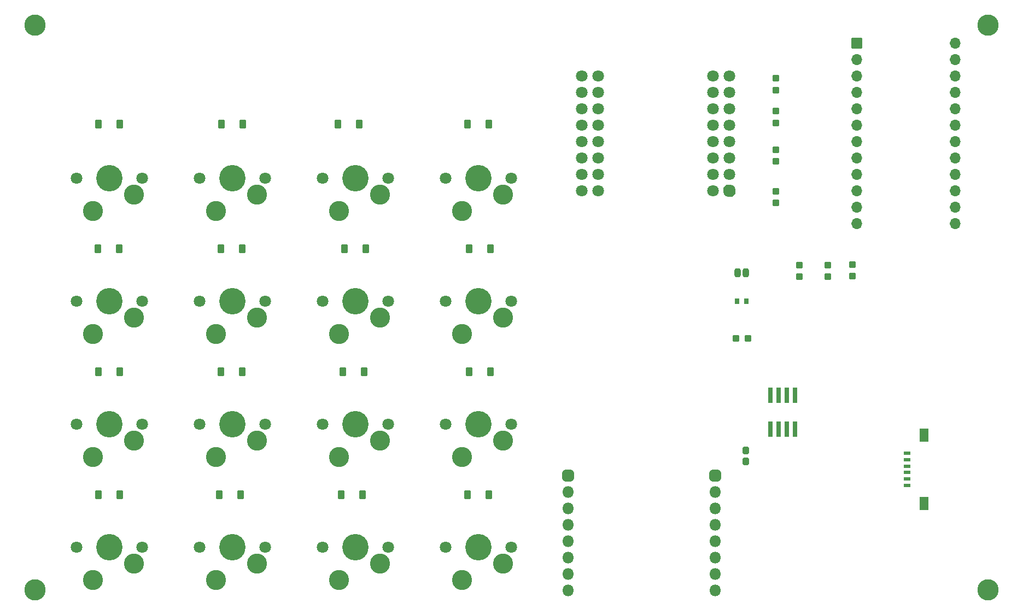
<source format=gbr>
%TF.GenerationSoftware,KiCad,Pcbnew,(6.0.1)*%
%TF.CreationDate,2022-11-10T11:06:11+08:00*%
%TF.ProjectId,Scroller1,5363726f-6c6c-4657-9231-2e6b69636164,rev?*%
%TF.SameCoordinates,Original*%
%TF.FileFunction,Soldermask,Top*%
%TF.FilePolarity,Negative*%
%FSLAX46Y46*%
G04 Gerber Fmt 4.6, Leading zero omitted, Abs format (unit mm)*
G04 Created by KiCad (PCBNEW (6.0.1)) date 2022-11-10 11:06:11*
%MOMM*%
%LPD*%
G01*
G04 APERTURE LIST*
G04 Aperture macros list*
%AMRoundRect*
0 Rectangle with rounded corners*
0 $1 Rounding radius*
0 $2 $3 $4 $5 $6 $7 $8 $9 X,Y pos of 4 corners*
0 Add a 4 corners polygon primitive as box body*
4,1,4,$2,$3,$4,$5,$6,$7,$8,$9,$2,$3,0*
0 Add four circle primitives for the rounded corners*
1,1,$1+$1,$2,$3*
1,1,$1+$1,$4,$5*
1,1,$1+$1,$6,$7*
1,1,$1+$1,$8,$9*
0 Add four rect primitives between the rounded corners*
20,1,$1+$1,$2,$3,$4,$5,0*
20,1,$1+$1,$4,$5,$6,$7,0*
20,1,$1+$1,$6,$7,$8,$9,0*
20,1,$1+$1,$8,$9,$2,$3,0*%
%AMFreePoly0*
4,1,37,0.261526,0.899572,0.415523,0.879298,0.428131,0.875920,0.571634,0.816479,0.582938,0.809953,0.706167,0.715397,0.715397,0.706167,0.809953,0.582938,0.816479,0.571634,0.875920,0.428131,0.879298,0.415523,0.899572,0.261526,0.900000,0.255000,0.900000,-0.510000,0.885355,-0.545355,0.545355,-0.885355,0.510000,-0.900000,-0.255000,-0.900000,-0.261526,-0.899572,-0.415523,-0.879298,
-0.428131,-0.875920,-0.571634,-0.816479,-0.582938,-0.809953,-0.706167,-0.715397,-0.715397,-0.706167,-0.809953,-0.582938,-0.816479,-0.571634,-0.875920,-0.428131,-0.879298,-0.415523,-0.899572,-0.261526,-0.900000,-0.255000,-0.900000,0.510000,-0.885355,0.545355,-0.545355,0.885355,-0.510000,0.900000,0.255000,0.900000,0.261526,0.899572,0.261526,0.899572,$1*%
G04 Aperture macros list end*
%ADD10RoundRect,0.050000X0.450000X0.600000X-0.450000X0.600000X-0.450000X-0.600000X0.450000X-0.600000X0*%
%ADD11RoundRect,0.287500X0.237500X-0.250000X0.237500X0.250000X-0.237500X0.250000X-0.237500X-0.250000X0*%
%ADD12C,3.300000*%
%ADD13RoundRect,0.287500X0.237500X-0.300000X0.237500X0.300000X-0.237500X0.300000X-0.237500X-0.300000X0*%
%ADD14RoundRect,0.287500X-0.237500X0.250000X-0.237500X-0.250000X0.237500X-0.250000X0.237500X0.250000X0*%
%ADD15C,4.087800*%
%ADD16C,3.100000*%
%ADD17C,1.801800*%
%ADD18RoundRect,0.258750X0.208750X0.431250X-0.208750X0.431250X-0.208750X-0.431250X0.208750X-0.431250X0*%
%ADD19RoundRect,0.050000X-0.300000X-1.100000X0.300000X-1.100000X0.300000X1.100000X-0.300000X1.100000X0*%
%ADD20RoundRect,0.050000X-0.300000X-0.350000X0.300000X-0.350000X0.300000X0.350000X-0.300000X0.350000X0*%
%ADD21RoundRect,0.449500X0.450500X0.450500X-0.450500X0.450500X-0.450500X-0.450500X0.450500X-0.450500X0*%
%ADD22O,1.800000X1.800000*%
%ADD23FreePoly0,180.000000*%
%ADD24C,1.800000*%
%ADD25RoundRect,0.050000X0.800000X0.800000X-0.800000X0.800000X-0.800000X-0.800000X0.800000X-0.800000X0*%
%ADD26O,1.700000X1.700000*%
%ADD27RoundRect,0.287500X-0.250000X-0.237500X0.250000X-0.237500X0.250000X0.237500X-0.250000X0.237500X0*%
%ADD28RoundRect,0.050000X0.500000X-0.200000X0.500000X0.200000X-0.500000X0.200000X-0.500000X-0.200000X0*%
%ADD29RoundRect,0.050000X0.650000X-1.000000X0.650000X1.000000X-0.650000X1.000000X-0.650000X-1.000000X0*%
G04 APERTURE END LIST*
D10*
%TO.C,D1_1*%
X119194000Y-91821000D03*
X115894000Y-91821000D03*
%TD*%
D11*
%TO.C,RS_2*%
X182696075Y-78279000D03*
X182696075Y-76454000D03*
%TD*%
D12*
%TO.C,MHole_3*%
X215546000Y-57196000D03*
%TD*%
D13*
%TO.C,C1*%
X178040000Y-124714000D03*
X178040000Y-122989000D03*
%TD*%
D10*
%TO.C,D2_0*%
X138496000Y-110871000D03*
X135196000Y-110871000D03*
%TD*%
D14*
%TO.C,RT_4*%
X194550000Y-94234000D03*
X194550000Y-96059000D03*
%TD*%
D10*
%TO.C,D0_1*%
X118135400Y-72517000D03*
X114835400Y-72517000D03*
%TD*%
D15*
%TO.C,SW_0_0*%
X136592000Y-80899000D03*
D16*
X140402000Y-83439000D03*
D17*
X141672000Y-80899000D03*
D16*
X134052000Y-85979000D03*
D17*
X131512000Y-80899000D03*
%TD*%
D18*
%TO.C,C2*%
X178032500Y-95504000D03*
X176777500Y-95504000D03*
%TD*%
D10*
%TO.C,D1_0*%
X138498000Y-91821000D03*
X135198000Y-91821000D03*
%TD*%
D16*
%TO.C,SW_2_1*%
X115002000Y-124079000D03*
D17*
X122622000Y-118999000D03*
X112462000Y-118999000D03*
D16*
X121352000Y-121539000D03*
D15*
X117542000Y-118999000D03*
%TD*%
D12*
%TO.C,MHole_1*%
X67946000Y-57196000D03*
%TD*%
%TO.C,MHole_6*%
X215546000Y-144596000D03*
%TD*%
D19*
%TO.C,UM1*%
X181850035Y-119692460D03*
X183120035Y-119692460D03*
X184390035Y-119692460D03*
X185660035Y-119692460D03*
X185660035Y-114492460D03*
X184390035Y-114492460D03*
X183120035Y-114492460D03*
X181850035Y-114492460D03*
%TD*%
D17*
%TO.C,SW_1_0*%
X131512000Y-99949000D03*
D16*
X134052000Y-105029000D03*
D15*
X136592000Y-99949000D03*
D17*
X141672000Y-99949000D03*
D16*
X140402000Y-102489000D03*
%TD*%
D10*
%TO.C,D1_2*%
X100016000Y-91821000D03*
X96716000Y-91821000D03*
%TD*%
%TO.C,D2_3*%
X81092000Y-110871000D03*
X77792000Y-110871000D03*
%TD*%
D16*
%TO.C,SW_3_0*%
X140402000Y-140589000D03*
D17*
X141672000Y-138049000D03*
D15*
X136592000Y-138049000D03*
D17*
X131512000Y-138049000D03*
D16*
X134052000Y-143129000D03*
%TD*%
D17*
%TO.C,SW_1_3*%
X84522000Y-99949000D03*
X74362000Y-99949000D03*
D16*
X83252000Y-102489000D03*
X76902000Y-105029000D03*
D15*
X79442000Y-99949000D03*
%TD*%
D16*
%TO.C,SW_1_2*%
X102302000Y-102489000D03*
D15*
X98492000Y-99949000D03*
D17*
X103572000Y-99949000D03*
D16*
X95952000Y-105029000D03*
D17*
X93412000Y-99949000D03*
%TD*%
D14*
%TO.C,RT_2*%
X190740000Y-94314000D03*
X190740000Y-96139000D03*
%TD*%
D20*
%TO.C,D1*%
X178054000Y-99949000D03*
X176654000Y-99949000D03*
%TD*%
D21*
%TO.C,TMC1*%
X150472107Y-126961107D03*
D22*
X150472107Y-129501107D03*
X150472107Y-132041107D03*
X150472107Y-134581107D03*
X150472107Y-137121107D03*
X150472107Y-139661107D03*
X150472107Y-142201107D03*
X150472107Y-144741107D03*
D21*
X173272107Y-126961107D03*
D22*
X173272107Y-129501107D03*
X173272107Y-132041107D03*
X173272107Y-134581107D03*
X173272107Y-137121107D03*
X173272107Y-139661107D03*
X173272107Y-142201107D03*
X173272107Y-144741107D03*
%TD*%
D11*
%TO.C,RM_1*%
X182696075Y-72286500D03*
X182696075Y-70461500D03*
%TD*%
D16*
%TO.C,SW_0_3*%
X76902000Y-85979000D03*
D15*
X79442000Y-80899000D03*
D17*
X74362000Y-80899000D03*
D16*
X83252000Y-83439000D03*
D17*
X84522000Y-80899000D03*
%TD*%
%TO.C,SW_3_2*%
X103572000Y-138049000D03*
X93412000Y-138049000D03*
D16*
X95952000Y-143129000D03*
X102302000Y-140589000D03*
D15*
X98492000Y-138049000D03*
%TD*%
D23*
%TO.C,ESP32*%
X175500000Y-82804000D03*
D24*
X175500000Y-80264000D03*
X175500000Y-77724000D03*
X175500000Y-75184000D03*
X175500000Y-72644000D03*
X175500000Y-70104000D03*
X175500000Y-67564000D03*
X175500000Y-65024000D03*
X152640000Y-65024000D03*
X152640000Y-67564000D03*
X152640000Y-70104000D03*
X152640000Y-72644000D03*
X152640000Y-75184000D03*
X152640000Y-77724000D03*
X152640000Y-80264000D03*
X152640000Y-82804000D03*
X172960000Y-82804000D03*
X172960000Y-80264000D03*
X172960000Y-77724000D03*
X172960000Y-75184000D03*
X172960000Y-72644000D03*
X172960000Y-70104000D03*
X172960000Y-67564000D03*
X172960000Y-65024000D03*
X155180000Y-65024000D03*
X155180000Y-67564000D03*
X155180000Y-70104000D03*
X155180000Y-72644000D03*
X155180000Y-75184000D03*
X155180000Y-77724000D03*
X155180000Y-80264000D03*
X155180000Y-82804000D03*
%TD*%
D16*
%TO.C,SW_0_1*%
X115002000Y-85979000D03*
D17*
X112462000Y-80899000D03*
D15*
X117542000Y-80899000D03*
D17*
X122622000Y-80899000D03*
D16*
X121352000Y-83439000D03*
%TD*%
D14*
%TO.C,RT_3*%
X186295000Y-94314000D03*
X186295000Y-96139000D03*
%TD*%
D25*
%TO.C,QMK1*%
X195185000Y-59944000D03*
D26*
X195185000Y-62484000D03*
X195185000Y-65024000D03*
X195185000Y-67564000D03*
X195185000Y-70104000D03*
X195185000Y-72644000D03*
X195185000Y-75184000D03*
X195185000Y-77724000D03*
X195185000Y-80264000D03*
X195185000Y-82804000D03*
X195185000Y-85344000D03*
X195185000Y-87884000D03*
X210425000Y-87884000D03*
X210425000Y-85344000D03*
X210425000Y-82804000D03*
X210425000Y-80264000D03*
X210425000Y-77724000D03*
X210425000Y-75184000D03*
X210425000Y-72644000D03*
X210425000Y-70104000D03*
X210425000Y-67564000D03*
X210425000Y-65024000D03*
X210425000Y-62484000D03*
X210425000Y-59944000D03*
%TD*%
D27*
%TO.C,RT_1*%
X176492500Y-105664000D03*
X178317500Y-105664000D03*
%TD*%
D10*
%TO.C,D0_3*%
X81092000Y-72517000D03*
X77792000Y-72517000D03*
%TD*%
D11*
%TO.C,RS_1*%
X182696075Y-84709000D03*
X182696075Y-82884000D03*
%TD*%
D10*
%TO.C,D3_1*%
X118684000Y-129921000D03*
X115384000Y-129921000D03*
%TD*%
D17*
%TO.C,SW_3_1*%
X112462000Y-138049000D03*
X122622000Y-138049000D03*
D15*
X117542000Y-138049000D03*
D16*
X121352000Y-140589000D03*
X115002000Y-143129000D03*
%TD*%
%TO.C,SW_1_1*%
X121352000Y-102489000D03*
D15*
X117542000Y-99949000D03*
D17*
X122622000Y-99949000D03*
X112462000Y-99949000D03*
D16*
X115002000Y-105029000D03*
%TD*%
D10*
%TO.C,D2_1*%
X118938000Y-110871000D03*
X115638000Y-110871000D03*
%TD*%
D28*
%TO.C,UVW1*%
X202947000Y-128444000D03*
X202947000Y-127444000D03*
X202947000Y-126444000D03*
X202947000Y-125444000D03*
X202947000Y-124444000D03*
X202947000Y-123444000D03*
D29*
X205647000Y-120644000D03*
X205647000Y-131244000D03*
%TD*%
D10*
%TO.C,D2_2*%
X100014000Y-110871000D03*
X96714000Y-110871000D03*
%TD*%
D15*
%TO.C,SW_2_2*%
X98492000Y-118999000D03*
D16*
X95952000Y-124079000D03*
D17*
X103572000Y-118999000D03*
D16*
X102302000Y-121539000D03*
D17*
X93412000Y-118999000D03*
%TD*%
D16*
%TO.C,SW_2_3*%
X76902000Y-124079000D03*
X83252000Y-121539000D03*
D17*
X84522000Y-118999000D03*
X74362000Y-118999000D03*
D15*
X79442000Y-118999000D03*
%TD*%
D10*
%TO.C,D3_3*%
X81092000Y-129921000D03*
X77792000Y-129921000D03*
%TD*%
%TO.C,D3_0*%
X138242000Y-129921000D03*
X134942000Y-129921000D03*
%TD*%
D17*
%TO.C,SW_0_2*%
X103572000Y-80899000D03*
D16*
X102302000Y-83439000D03*
X95952000Y-85979000D03*
D15*
X98492000Y-80899000D03*
D17*
X93412000Y-80899000D03*
%TD*%
D12*
%TO.C,MHole_4*%
X67946000Y-144596000D03*
%TD*%
D10*
%TO.C,D0_2*%
X100142000Y-72517000D03*
X96842000Y-72517000D03*
%TD*%
%TO.C,D1_3*%
X80966000Y-91821000D03*
X77666000Y-91821000D03*
%TD*%
D11*
%TO.C,RM_2*%
X182696075Y-67206500D03*
X182696075Y-65381500D03*
%TD*%
D10*
%TO.C,D3_2*%
X99760000Y-129921000D03*
X96460000Y-129921000D03*
%TD*%
%TO.C,D0_0*%
X138242000Y-72517000D03*
X134942000Y-72517000D03*
%TD*%
D17*
%TO.C,SW_3_3*%
X84522000Y-138049000D03*
D16*
X76902000Y-143129000D03*
D17*
X74362000Y-138049000D03*
D16*
X83252000Y-140589000D03*
D15*
X79442000Y-138049000D03*
%TD*%
%TO.C,SW_2_0*%
X136592000Y-118999000D03*
D17*
X131512000Y-118999000D03*
D16*
X134052000Y-124079000D03*
X140402000Y-121539000D03*
D17*
X141672000Y-118999000D03*
%TD*%
M02*

</source>
